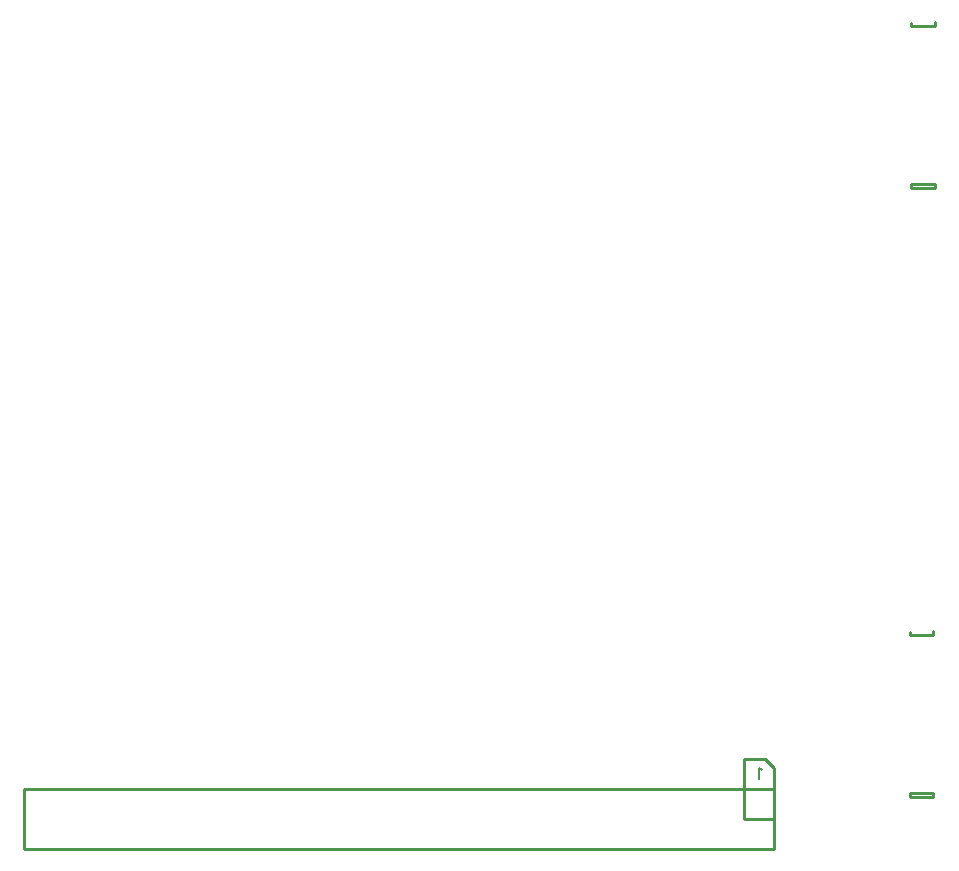
<source format=gbo>
G04 Layer: BottomSilkscreenLayer*
G04 EasyEDA v6.5.22, 2022-10-31 10:37:17*
G04 028e3914a6f949ed9ca799ef75e4ed4f,10*
G04 Gerber Generator version 0.2*
G04 Scale: 100 percent, Rotated: No, Reflected: No *
G04 Dimensions in inches *
G04 leading zeros omitted , absolute positions ,3 integer and 6 decimal *
%FSLAX36Y36*%
%MOIN*%

%ADD10C,0.0070*%
%ADD11C,0.0100*%

%LPD*%
D10*
X3159090Y-2587273D02*
G01*
X3155455Y-2585455D01*
X3150000Y-2580000D01*
X3150000Y-2618182D01*
D11*
X3196819Y-2750000D02*
G01*
X3101819Y-2750000D01*
X3200000Y-2850000D02*
G01*
X700000Y-2850000D01*
X700000Y-2650000D01*
X3200000Y-2650000D01*
X3200000Y-2850000D01*
X3100000Y-2750000D02*
G01*
X3100000Y-2650000D01*
X3100000Y-2650000D02*
G01*
X3100000Y-2550000D01*
X3170000Y-2550000D01*
X3200000Y-2580000D01*
X3200000Y-2650000D01*
X3656000Y-645999D02*
G01*
X3735000Y-645999D01*
X3735000Y-645999D02*
G01*
X3735000Y-634000D01*
X3735000Y-634000D02*
G01*
X3656000Y-634000D01*
X3656000Y-634000D02*
G01*
X3656000Y-645999D01*
X3735000Y-94000D02*
G01*
X3735000Y-105999D01*
X3735000Y-105999D02*
G01*
X3656000Y-105999D01*
X3656000Y-105999D02*
G01*
X3656000Y-95999D01*
X3651000Y-2675999D02*
G01*
X3730000Y-2675999D01*
X3730000Y-2675999D02*
G01*
X3730000Y-2664000D01*
X3730000Y-2664000D02*
G01*
X3651000Y-2664000D01*
X3651000Y-2664000D02*
G01*
X3651000Y-2675999D01*
X3730000Y-2124000D02*
G01*
X3730000Y-2135999D01*
X3730000Y-2135999D02*
G01*
X3651000Y-2135999D01*
X3651000Y-2135999D02*
G01*
X3651000Y-2125999D01*
M02*

</source>
